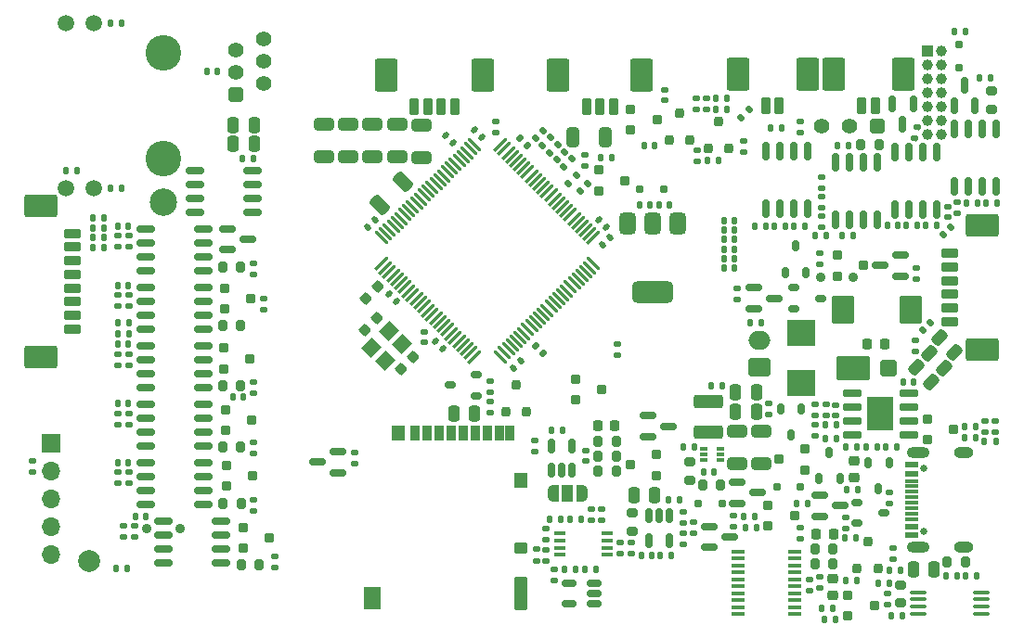
<source format=gbr>
%TF.GenerationSoftware,KiCad,Pcbnew,7.0.11*%
%TF.CreationDate,2025-07-19T14:24:56+09:00*%
%TF.ProjectId,RasPi,52617350-692e-46b6-9963-61645f706362,rev?*%
%TF.SameCoordinates,Original*%
%TF.FileFunction,Soldermask,Bot*%
%TF.FilePolarity,Negative*%
%FSLAX46Y46*%
G04 Gerber Fmt 4.6, Leading zero omitted, Abs format (unit mm)*
G04 Created by KiCad (PCBNEW 7.0.11) date 2025-07-19 14:24:56*
%MOMM*%
%LPD*%
G01*
G04 APERTURE LIST*
G04 Aperture macros list*
%AMRoundRect*
0 Rectangle with rounded corners*
0 $1 Rounding radius*
0 $2 $3 $4 $5 $6 $7 $8 $9 X,Y pos of 4 corners*
0 Add a 4 corners polygon primitive as box body*
4,1,4,$2,$3,$4,$5,$6,$7,$8,$9,$2,$3,0*
0 Add four circle primitives for the rounded corners*
1,1,$1+$1,$2,$3*
1,1,$1+$1,$4,$5*
1,1,$1+$1,$6,$7*
1,1,$1+$1,$8,$9*
0 Add four rect primitives between the rounded corners*
20,1,$1+$1,$2,$3,$4,$5,0*
20,1,$1+$1,$4,$5,$6,$7,0*
20,1,$1+$1,$6,$7,$8,$9,0*
20,1,$1+$1,$8,$9,$2,$3,0*%
%AMRotRect*
0 Rectangle, with rotation*
0 The origin of the aperture is its center*
0 $1 length*
0 $2 width*
0 $3 Rotation angle, in degrees counterclockwise*
0 Add horizontal line*
21,1,$1,$2,0,0,$3*%
%AMFreePoly0*
4,1,33,0.000000,0.749013,0.031395,0.749013,0.093691,0.741144,0.154508,0.725528,0.212890,0.702414,0.267913,0.672164,0.318712,0.635257,0.364484,0.592274,0.404508,0.543893,0.438153,0.490877,0.464888,0.434062,0.484292,0.374345,0.496057,0.312667,0.500000,0.250000,0.500000,-0.250000,0.496057,-0.312667,0.484292,-0.374345,0.464888,-0.434062,0.438153,-0.490877,0.404508,-0.543893,
0.364484,-0.592274,0.318712,-0.635257,0.267913,-0.672164,0.212890,-0.702414,0.154508,-0.725528,0.093691,-0.741144,0.031395,-0.749013,0.000000,-0.749013,0.000000,-0.750000,-0.550000,-0.750000,-0.550000,0.750000,0.000000,0.750000,0.000000,0.749013,0.000000,0.749013,$1*%
%AMFreePoly1*
4,1,33,0.550000,-0.750000,0.000000,-0.750000,0.000000,-0.749013,-0.031395,-0.749013,-0.093691,-0.741144,-0.154508,-0.725528,-0.212890,-0.702414,-0.267913,-0.672164,-0.318712,-0.635257,-0.364484,-0.592274,-0.404508,-0.543893,-0.438153,-0.490877,-0.464888,-0.434062,-0.484292,-0.374345,-0.496057,-0.312667,-0.500000,-0.250000,-0.500000,0.250000,-0.496057,0.312667,-0.484292,0.374345,-0.464888,0.434062,
-0.438153,0.490877,-0.404508,0.543893,-0.364484,0.592274,-0.318712,0.635257,-0.267913,0.672164,-0.212890,0.702414,-0.154508,0.725528,-0.093691,0.741144,-0.031395,0.749013,0.000000,0.749013,0.000000,0.750000,0.550000,0.750000,0.550000,-0.750000,0.550000,-0.750000,$1*%
G04 Aperture macros list end*
%ADD10RoundRect,0.250000X-0.650000X0.325000X-0.650000X-0.325000X0.650000X-0.325000X0.650000X0.325000X0*%
%ADD11RoundRect,0.250000X0.229810X-0.689429X0.689429X-0.229810X-0.229810X0.689429X-0.689429X0.229810X0*%
%ADD12RoundRect,0.250000X0.325000X0.650000X-0.325000X0.650000X-0.325000X-0.650000X0.325000X-0.650000X0*%
%ADD13R,2.400000X3.100000*%
%ADD14RoundRect,0.150000X0.737500X0.150000X-0.737500X0.150000X-0.737500X-0.150000X0.737500X-0.150000X0*%
%ADD15RoundRect,0.200000X-0.250000X-0.200000X0.250000X-0.200000X0.250000X0.200000X-0.250000X0.200000X0*%
%ADD16RoundRect,0.250000X0.750000X-0.600000X0.750000X0.600000X-0.750000X0.600000X-0.750000X-0.600000X0*%
%ADD17O,2.000000X1.700000*%
%ADD18C,1.000000*%
%ADD19R,1.000000X1.000000*%
%ADD20C,3.250000*%
%ADD21RoundRect,0.350000X-0.350000X0.350000X-0.350000X-0.350000X0.350000X-0.350000X0.350000X0.350000X0*%
%ADD22C,1.400000*%
%ADD23C,1.500000*%
%ADD24C,2.500000*%
%ADD25C,2.000000*%
%ADD26C,0.900000*%
%ADD27R,1.700000X1.700000*%
%ADD28O,1.700000X1.700000*%
%ADD29RoundRect,0.135000X-0.135000X-0.185000X0.135000X-0.185000X0.135000X0.185000X-0.135000X0.185000X0*%
%ADD30RoundRect,0.250000X-0.250000X-0.475000X0.250000X-0.475000X0.250000X0.475000X-0.250000X0.475000X0*%
%ADD31RoundRect,0.140000X-0.170000X0.140000X-0.170000X-0.140000X0.170000X-0.140000X0.170000X0.140000X0*%
%ADD32RoundRect,0.150000X-0.150000X0.675000X-0.150000X-0.675000X0.150000X-0.675000X0.150000X0.675000X0*%
%ADD33RoundRect,0.150000X-0.587500X-0.150000X0.587500X-0.150000X0.587500X0.150000X-0.587500X0.150000X0*%
%ADD34RoundRect,0.140000X-0.021213X0.219203X-0.219203X0.021213X0.021213X-0.219203X0.219203X-0.021213X0*%
%ADD35RoundRect,0.135000X0.185000X-0.135000X0.185000X0.135000X-0.185000X0.135000X-0.185000X-0.135000X0*%
%ADD36RoundRect,0.250000X0.250000X0.475000X-0.250000X0.475000X-0.250000X-0.475000X0.250000X-0.475000X0*%
%ADD37RoundRect,0.135000X0.143756X-0.178282X0.213637X0.082518X-0.143756X0.178282X-0.213637X-0.082518X0*%
%ADD38RoundRect,0.140000X0.140000X0.170000X-0.140000X0.170000X-0.140000X-0.170000X0.140000X-0.170000X0*%
%ADD39RoundRect,0.200000X-0.275000X0.200000X-0.275000X-0.200000X0.275000X-0.200000X0.275000X0.200000X0*%
%ADD40RoundRect,0.140000X0.170000X-0.140000X0.170000X0.140000X-0.170000X0.140000X-0.170000X-0.140000X0*%
%ADD41RoundRect,0.150000X-0.150000X0.512500X-0.150000X-0.512500X0.150000X-0.512500X0.150000X0.512500X0*%
%ADD42RoundRect,0.175000X0.325000X0.175000X-0.325000X0.175000X-0.325000X-0.175000X0.325000X-0.175000X0*%
%ADD43RoundRect,0.135000X0.135000X0.185000X-0.135000X0.185000X-0.135000X-0.185000X0.135000X-0.185000X0*%
%ADD44RoundRect,0.250000X-0.500000X-0.510000X0.500000X-0.510000X0.500000X0.510000X-0.500000X0.510000X0*%
%ADD45RoundRect,0.250000X-1.300000X-0.850000X1.300000X-0.850000X1.300000X0.850000X-1.300000X0.850000X0*%
%ADD46RoundRect,0.250001X1.249999X-0.799999X1.249999X0.799999X-1.249999X0.799999X-1.249999X-0.799999X0*%
%ADD47RoundRect,0.200000X0.600000X-0.200000X0.600000X0.200000X-0.600000X0.200000X-0.600000X-0.200000X0*%
%ADD48RoundRect,0.135000X-0.185000X0.135000X-0.185000X-0.135000X0.185000X-0.135000X0.185000X0.135000X0*%
%ADD49RoundRect,0.200000X0.200000X0.275000X-0.200000X0.275000X-0.200000X-0.275000X0.200000X-0.275000X0*%
%ADD50RoundRect,0.140000X-0.140000X-0.170000X0.140000X-0.170000X0.140000X0.170000X-0.140000X0.170000X0*%
%ADD51RoundRect,0.175000X-0.175000X0.325000X-0.175000X-0.325000X0.175000X-0.325000X0.175000X0.325000X0*%
%ADD52RoundRect,0.175000X0.175000X0.175000X-0.175000X0.175000X-0.175000X-0.175000X0.175000X-0.175000X0*%
%ADD53R,1.200000X0.400000*%
%ADD54RoundRect,0.200000X0.200000X-0.250000X0.200000X0.250000X-0.200000X0.250000X-0.200000X-0.250000X0*%
%ADD55RoundRect,0.175000X0.175000X-0.325000X0.175000X0.325000X-0.175000X0.325000X-0.175000X-0.325000X0*%
%ADD56RoundRect,0.150000X0.675000X0.150000X-0.675000X0.150000X-0.675000X-0.150000X0.675000X-0.150000X0*%
%ADD57RoundRect,0.225000X0.225000X0.250000X-0.225000X0.250000X-0.225000X-0.250000X0.225000X-0.250000X0*%
%ADD58RoundRect,0.140000X0.219203X0.021213X0.021213X0.219203X-0.219203X-0.021213X-0.021213X-0.219203X0*%
%ADD59RoundRect,0.135000X-0.035355X0.226274X-0.226274X0.035355X0.035355X-0.226274X0.226274X-0.035355X0*%
%ADD60RoundRect,0.100000X0.637500X0.100000X-0.637500X0.100000X-0.637500X-0.100000X0.637500X-0.100000X0*%
%ADD61RoundRect,0.075000X0.459619X-0.565685X0.565685X-0.459619X-0.459619X0.565685X-0.565685X0.459619X0*%
%ADD62RoundRect,0.075000X-0.459619X-0.565685X0.565685X0.459619X0.459619X0.565685X-0.565685X-0.459619X0*%
%ADD63C,0.650000*%
%ADD64R,1.240000X0.600000*%
%ADD65R,1.240000X0.300000*%
%ADD66O,1.800000X1.000000*%
%ADD67O,2.100000X1.000000*%
%ADD68RoundRect,0.225000X-0.225000X-0.250000X0.225000X-0.250000X0.225000X0.250000X-0.225000X0.250000X0*%
%ADD69RoundRect,0.200000X0.250000X0.200000X-0.250000X0.200000X-0.250000X-0.200000X0.250000X-0.200000X0*%
%ADD70RoundRect,0.175000X-0.325000X-0.175000X0.325000X-0.175000X0.325000X0.175000X-0.325000X0.175000X0*%
%ADD71RoundRect,0.250001X-0.799999X-1.249999X0.799999X-1.249999X0.799999X1.249999X-0.799999X1.249999X0*%
%ADD72RoundRect,0.200000X-0.200000X-0.600000X0.200000X-0.600000X0.200000X0.600000X-0.200000X0.600000X0*%
%ADD73R,2.500000X2.450000*%
%ADD74RoundRect,0.140000X-0.219203X-0.021213X-0.021213X-0.219203X0.219203X0.021213X0.021213X0.219203X0*%
%ADD75RoundRect,0.150000X0.150000X-0.512500X0.150000X0.512500X-0.150000X0.512500X-0.150000X-0.512500X0*%
%ADD76RoundRect,0.150000X0.587500X0.150000X-0.587500X0.150000X-0.587500X-0.150000X0.587500X-0.150000X0*%
%ADD77RoundRect,0.225000X-0.017678X0.335876X-0.335876X0.017678X0.017678X-0.335876X0.335876X-0.017678X0*%
%ADD78R,0.670001X0.299999*%
%ADD79RoundRect,0.140000X0.021213X-0.219203X0.219203X-0.021213X-0.021213X0.219203X-0.219203X0.021213X0*%
%ADD80RoundRect,0.225000X0.017678X-0.335876X0.335876X-0.017678X-0.017678X0.335876X-0.335876X0.017678X0*%
%ADD81RoundRect,0.150000X-0.150000X0.587500X-0.150000X-0.587500X0.150000X-0.587500X0.150000X0.587500X0*%
%ADD82RoundRect,0.250000X1.075000X-0.375000X1.075000X0.375000X-1.075000X0.375000X-1.075000X-0.375000X0*%
%ADD83RoundRect,0.250000X0.650000X-0.325000X0.650000X0.325000X-0.650000X0.325000X-0.650000X-0.325000X0*%
%ADD84RoundRect,0.250001X-1.249999X0.799999X-1.249999X-0.799999X1.249999X-0.799999X1.249999X0.799999X0*%
%ADD85RoundRect,0.200000X-0.600000X0.200000X-0.600000X-0.200000X0.600000X-0.200000X0.600000X0.200000X0*%
%ADD86RoundRect,0.200000X-0.200000X-0.275000X0.200000X-0.275000X0.200000X0.275000X-0.200000X0.275000X0*%
%ADD87RoundRect,0.150000X-0.675000X-0.150000X0.675000X-0.150000X0.675000X0.150000X-0.675000X0.150000X0*%
%ADD88FreePoly0,0.000000*%
%ADD89R,1.000000X1.500000*%
%ADD90FreePoly1,0.000000*%
%ADD91RotRect,1.400000X1.200000X225.000000*%
%ADD92RoundRect,0.375000X-0.375000X0.625000X-0.375000X-0.625000X0.375000X-0.625000X0.375000X0.625000X0*%
%ADD93RoundRect,0.500000X-1.400000X0.500000X-1.400000X-0.500000X1.400000X-0.500000X1.400000X0.500000X0*%
%ADD94RoundRect,0.135000X-0.226274X-0.035355X-0.035355X-0.226274X0.226274X0.035355X0.035355X0.226274X0*%
%ADD95RoundRect,0.175000X-0.175000X-0.175000X0.175000X-0.175000X0.175000X0.175000X-0.175000X0.175000X0*%
%ADD96RoundRect,0.150000X0.150000X-0.587500X0.150000X0.587500X-0.150000X0.587500X-0.150000X-0.587500X0*%
%ADD97RoundRect,0.250000X0.512652X0.159099X0.159099X0.512652X-0.512652X-0.159099X-0.159099X-0.512652X0*%
%ADD98RoundRect,0.225000X-0.250000X0.225000X-0.250000X-0.225000X0.250000X-0.225000X0.250000X0.225000X0*%
%ADD99RoundRect,0.135000X0.035355X-0.226274X0.226274X-0.035355X-0.035355X0.226274X-0.226274X0.035355X0*%
%ADD100RoundRect,0.102000X0.650000X0.950000X-0.650000X0.950000X-0.650000X-0.950000X0.650000X-0.950000X0*%
%ADD101RoundRect,0.102000X0.500000X0.600000X-0.500000X0.600000X-0.500000X-0.600000X0.500000X-0.600000X0*%
%ADD102RoundRect,0.102000X0.500000X1.400000X-0.500000X1.400000X-0.500000X-1.400000X0.500000X-1.400000X0*%
%ADD103RoundRect,0.102000X0.350000X0.600000X-0.350000X0.600000X-0.350000X-0.600000X0.350000X-0.600000X0*%
%ADD104RoundRect,0.102000X0.500000X0.400000X-0.500000X0.400000X-0.500000X-0.400000X0.500000X-0.400000X0*%
%ADD105RoundRect,0.135000X0.226274X0.035355X0.035355X0.226274X-0.226274X-0.035355X-0.035355X-0.226274X0*%
%ADD106RoundRect,0.175000X-0.175000X0.175000X-0.175000X-0.175000X0.175000X-0.175000X0.175000X0.175000X0*%
%ADD107R,1.100000X0.400000*%
%ADD108RoundRect,0.200000X0.275000X-0.200000X0.275000X0.200000X-0.275000X0.200000X-0.275000X-0.200000X0*%
%ADD109RoundRect,0.150000X0.512500X0.150000X-0.512500X0.150000X-0.512500X-0.150000X0.512500X-0.150000X0*%
%ADD110RoundRect,0.250000X-0.787500X-1.025000X0.787500X-1.025000X0.787500X1.025000X-0.787500X1.025000X0*%
G04 APERTURE END LIST*
D10*
%TO.C,C75*%
X141469000Y-84859000D03*
X141469000Y-81909000D03*
%TD*%
%TO.C,C74*%
X139249000Y-84859000D03*
X139249000Y-81909000D03*
%TD*%
%TO.C,C73*%
X143689000Y-81909000D03*
X143689000Y-84859000D03*
%TD*%
%TO.C,C70*%
X145909000Y-81919000D03*
X145909000Y-84869000D03*
%TD*%
%TO.C,C56*%
X148119000Y-82029000D03*
X148119000Y-84979000D03*
%TD*%
D11*
%TO.C,C34*%
X146421983Y-87181017D03*
X144336017Y-89266983D03*
%TD*%
D12*
%TO.C,C32*%
X161954000Y-83084000D03*
X164904000Y-83084000D03*
%TD*%
D13*
%TO.C,U13*%
X190009000Y-108374000D03*
D14*
X192571500Y-106469000D03*
X192571500Y-107739000D03*
X192571500Y-109009000D03*
X192571500Y-110279000D03*
X187446500Y-110279000D03*
X187446500Y-109009000D03*
X187446500Y-107739000D03*
X187446500Y-106469000D03*
%TD*%
D15*
%TO.C,Q5*%
X132466000Y-103311000D03*
X130066000Y-102361000D03*
X130066000Y-104261000D03*
%TD*%
%TO.C,Q20*%
X164600000Y-106151000D03*
X162200000Y-105201000D03*
X162200000Y-107101000D03*
%TD*%
D16*
%TO.C,J5*%
X178998999Y-104134000D03*
D17*
X178998999Y-101634000D03*
%TD*%
D15*
%TO.C,Q18*%
X132605000Y-97829000D03*
X130205000Y-96879000D03*
X130205000Y-98779000D03*
%TD*%
%TO.C,Q4*%
X132659000Y-108924000D03*
X130259000Y-107974000D03*
X130259000Y-109874000D03*
%TD*%
%TO.C,Q3*%
X130321000Y-114966000D03*
X130321000Y-113066000D03*
X132721000Y-114016000D03*
%TD*%
%TO.C,Q2*%
X134247000Y-119693000D03*
X131847000Y-118743000D03*
X131847000Y-120643000D03*
%TD*%
D18*
%TO.C,J1*%
X195519000Y-82844000D03*
X194249000Y-82844000D03*
X195519000Y-81574000D03*
X194249000Y-81574000D03*
X195519000Y-80304000D03*
X194249000Y-80304000D03*
X195519000Y-79034000D03*
X194249000Y-79034000D03*
X195519000Y-77764000D03*
X194249000Y-77764000D03*
X195519000Y-76494000D03*
X194249000Y-76494000D03*
X195519000Y-75224000D03*
D19*
X194249000Y-75224000D03*
%TD*%
D20*
%TO.C,J13*%
X124599000Y-75409000D03*
X124599000Y-85059000D03*
D21*
X131199000Y-79214000D03*
D22*
X131199000Y-77184000D03*
X131199000Y-75154000D03*
X133739000Y-78194000D03*
X133739000Y-76164000D03*
X133739000Y-74134000D03*
D23*
X118249000Y-87754000D03*
X115709000Y-87754000D03*
X118249000Y-72714000D03*
X115709000Y-72714000D03*
D24*
X124599000Y-89024000D03*
%TD*%
D25*
%TO.C,TP1*%
X117811000Y-121769000D03*
%TD*%
D26*
%TO.C,SW7*%
X126104000Y-118833000D03*
X123104000Y-118833000D03*
%TD*%
D22*
%TO.C,SW2*%
X184597000Y-82101000D03*
X187137000Y-82101000D03*
D21*
X189677000Y-82101000D03*
%TD*%
D27*
%TO.C,J6*%
X114349000Y-111084000D03*
D28*
X114349000Y-113624000D03*
X114349000Y-116164000D03*
X114349000Y-118704000D03*
X114349000Y-121244000D03*
%TD*%
D26*
%TO.C,SW4*%
X187519000Y-95884000D03*
X184519000Y-95884000D03*
%TD*%
D29*
%TO.C,R60*%
X187869000Y-111394000D03*
X186849000Y-111394000D03*
%TD*%
D30*
%TO.C,C52*%
X169409000Y-115794000D03*
X167509000Y-115794000D03*
%TD*%
D29*
%TO.C,R66*%
X200509000Y-110914000D03*
X199489000Y-110914000D03*
%TD*%
D31*
%TO.C,C7*%
X148429000Y-101864000D03*
X148429000Y-100904000D03*
%TD*%
D15*
%TO.C,Q11*%
X196649000Y-109784000D03*
X194249000Y-108834000D03*
X194249000Y-110734000D03*
%TD*%
D32*
%TO.C,U4*%
X191284000Y-89719000D03*
X192554000Y-89719000D03*
X193824000Y-89719000D03*
X195094000Y-89719000D03*
X195094000Y-84469000D03*
X193824000Y-84469000D03*
X192554000Y-84469000D03*
X191284000Y-84469000D03*
%TD*%
D33*
%TO.C,Q25*%
X180356500Y-97804000D03*
X178481500Y-96854000D03*
X178481500Y-98754000D03*
%TD*%
D34*
%TO.C,C3*%
X143249589Y-91303411D03*
X143928411Y-90624589D03*
%TD*%
D35*
%TO.C,R136*%
X164599000Y-117024000D03*
X164599000Y-118044000D03*
%TD*%
D36*
%TO.C,C45*%
X151099000Y-108364000D03*
X152999000Y-108364000D03*
%TD*%
D37*
%TO.C,R20*%
X193360998Y-82221378D03*
X193097002Y-83206622D03*
%TD*%
D38*
%TO.C,C2*%
X168429000Y-83834000D03*
X169389000Y-83834000D03*
%TD*%
D31*
%TO.C,C38*%
X196129000Y-90414000D03*
X196129000Y-89454000D03*
%TD*%
D39*
%TO.C,R151*%
X167379000Y-119091000D03*
X167379000Y-117441000D03*
%TD*%
D40*
%TO.C,C65*%
X185029000Y-107534000D03*
X185029000Y-108494000D03*
%TD*%
D41*
%TO.C,U17*%
X168849000Y-119901500D03*
X170749000Y-119901500D03*
X170749000Y-117626500D03*
X169799000Y-117626500D03*
X168849000Y-117626500D03*
%TD*%
D42*
%TO.C,Q28*%
X150729000Y-105744000D03*
X153129000Y-106694000D03*
X153129000Y-104794000D03*
%TD*%
D43*
%TO.C,R94*%
X120759000Y-87734000D03*
X119739000Y-87734000D03*
%TD*%
D35*
%TO.C,R123*%
X160269000Y-122524000D03*
X160269000Y-123544000D03*
%TD*%
D44*
%TO.C,D17*%
X190729000Y-104194000D03*
D45*
X187509000Y-104194000D03*
%TD*%
D31*
%TO.C,C61*%
X183559000Y-124474000D03*
X183559000Y-123514000D03*
%TD*%
D33*
%TO.C,Q19*%
X132286500Y-92434000D03*
X130411500Y-91484000D03*
X130411500Y-93384000D03*
%TD*%
D46*
%TO.C,J14*%
X113429000Y-89339000D03*
X113429000Y-103189000D03*
D47*
X116329000Y-91889000D03*
X116329000Y-93139000D03*
X116329000Y-94389000D03*
X116329000Y-95639000D03*
X116329000Y-96889000D03*
X116329000Y-98139000D03*
X116329000Y-99389000D03*
X116329000Y-100639000D03*
%TD*%
D35*
%TO.C,R138*%
X154940000Y-81663000D03*
X154940000Y-82683000D03*
%TD*%
D40*
%TO.C,C50*%
X185899000Y-107574000D03*
X185899000Y-108534000D03*
%TD*%
D36*
%TO.C,C71*%
X192989000Y-122544000D03*
X194889000Y-122544000D03*
%TD*%
D48*
%TO.C,R92*%
X165977000Y-102970000D03*
X165977000Y-101950000D03*
%TD*%
D49*
%TO.C,R128*%
X196074000Y-121874000D03*
X197724000Y-121874000D03*
%TD*%
D43*
%TO.C,R91*%
X177699000Y-118754000D03*
X178719000Y-118754000D03*
%TD*%
D48*
%TO.C,R25*%
X134763000Y-122379000D03*
X134763000Y-121359000D03*
%TD*%
D32*
%TO.C,U3*%
X179554000Y-89659000D03*
X180824000Y-89659000D03*
X182094000Y-89659000D03*
X183364000Y-89659000D03*
X183364000Y-84409000D03*
X182094000Y-84409000D03*
X180824000Y-84409000D03*
X179554000Y-84409000D03*
%TD*%
D50*
%TO.C,C37*%
X176709000Y-95044000D03*
X175749000Y-95044000D03*
%TD*%
D51*
%TO.C,Q35*%
X181849000Y-110314000D03*
X182799000Y-107914000D03*
X180899000Y-107914000D03*
%TD*%
D48*
%TO.C,R74*%
X133789000Y-98884000D03*
X133789000Y-97864000D03*
%TD*%
%TO.C,R31*%
X132849000Y-117234000D03*
X132849000Y-116214000D03*
%TD*%
D52*
%TO.C,D18*%
X180544000Y-115044000D03*
X182694000Y-115044000D03*
%TD*%
D38*
%TO.C,C25*%
X168025000Y-89273000D03*
X168985000Y-89273000D03*
%TD*%
D29*
%TO.C,R133*%
X178528000Y-117700000D03*
X177508000Y-117700000D03*
%TD*%
%TO.C,R48*%
X185669000Y-126154000D03*
X184649000Y-126154000D03*
%TD*%
%TO.C,R116*%
X185989000Y-109394000D03*
X184969000Y-109394000D03*
%TD*%
D53*
%TO.C,U6*%
X182219000Y-126661500D03*
X182219000Y-126026500D03*
X182219000Y-125391500D03*
X182219000Y-124756500D03*
X182219000Y-124121500D03*
X182219000Y-123486500D03*
X182219000Y-122851500D03*
X182219000Y-122216500D03*
X182219000Y-121581500D03*
X182219000Y-120946500D03*
X177019000Y-120946500D03*
X177019000Y-121581500D03*
X177019000Y-122216500D03*
X177019000Y-122851500D03*
X177019000Y-123486500D03*
X177019000Y-124121500D03*
X177019000Y-124756500D03*
X177019000Y-125391500D03*
X177019000Y-126026500D03*
X177019000Y-126661500D03*
%TD*%
D54*
%TO.C,Q27*%
X156786000Y-105740000D03*
X155836000Y-108140000D03*
X157736000Y-108140000D03*
%TD*%
D29*
%TO.C,R119*%
X191499000Y-111394000D03*
X190479000Y-111394000D03*
%TD*%
D55*
%TO.C,Q26*%
X182259000Y-93044000D03*
X181309000Y-95444000D03*
X183209000Y-95444000D03*
%TD*%
D43*
%TO.C,R114*%
X174999000Y-79594000D03*
X176019000Y-79594000D03*
%TD*%
D29*
%TO.C,R144*%
X191969000Y-126824000D03*
X190949000Y-126824000D03*
%TD*%
D43*
%TO.C,R85*%
X120439000Y-100034000D03*
X121459000Y-100034000D03*
%TD*%
%TO.C,R19*%
X182109000Y-91204000D03*
X183129000Y-91204000D03*
%TD*%
D56*
%TO.C,U8*%
X123004000Y-112869000D03*
X123004000Y-114139000D03*
X123004000Y-115409000D03*
X123004000Y-116679000D03*
X128254000Y-116679000D03*
X128254000Y-115409000D03*
X128254000Y-114139000D03*
X128254000Y-112869000D03*
%TD*%
D29*
%TO.C,R44*%
X191869000Y-122614000D03*
X190849000Y-122614000D03*
%TD*%
%TO.C,R120*%
X176019000Y-80544000D03*
X174999000Y-80544000D03*
%TD*%
%TO.C,R62*%
X189689000Y-111395000D03*
X188669000Y-111395000D03*
%TD*%
D43*
%TO.C,R93*%
X119739000Y-72734000D03*
X120759000Y-72734000D03*
%TD*%
D31*
%TO.C,C23*%
X200439000Y-110014000D03*
X200439000Y-109054000D03*
%TD*%
D57*
%TO.C,C58*%
X184144000Y-119314000D03*
X185694000Y-119314000D03*
%TD*%
D48*
%TO.C,R153*%
X172959000Y-119294000D03*
X172959000Y-118274000D03*
%TD*%
D15*
%TO.C,Q10*%
X166709000Y-87064000D03*
X164309000Y-86114000D03*
X164309000Y-88014000D03*
%TD*%
D36*
%TO.C,C55*%
X176769000Y-106434000D03*
X178669000Y-106434000D03*
%TD*%
D58*
%TO.C,C1*%
X152979589Y-82414589D03*
X153658411Y-83093411D03*
%TD*%
D43*
%TO.C,R86*%
X120439000Y-101034000D03*
X121459000Y-101034000D03*
%TD*%
D59*
%TO.C,R21*%
X195708376Y-92034624D03*
X196429624Y-91313376D03*
%TD*%
D60*
%TO.C,U22*%
X193446500Y-124659000D03*
X193446500Y-125309000D03*
X193446500Y-125959000D03*
X193446500Y-126609000D03*
X199171500Y-126609000D03*
X199171500Y-125959000D03*
X199171500Y-125309000D03*
X199171500Y-124659000D03*
%TD*%
D48*
%TO.C,R103*%
X176919000Y-97914000D03*
X176919000Y-96894000D03*
%TD*%
D35*
%TO.C,R150*%
X171989000Y-119254000D03*
X171989000Y-120274000D03*
%TD*%
%TO.C,R16*%
X182649000Y-81644000D03*
X182649000Y-82664000D03*
%TD*%
%TO.C,R51*%
X191169000Y-120584000D03*
X191169000Y-121604000D03*
%TD*%
%TO.C,R102*%
X184479000Y-93724000D03*
X184479000Y-94744000D03*
%TD*%
D61*
%TO.C,U15*%
X155359788Y-103145980D03*
X155713341Y-102792427D03*
X156066895Y-102438873D03*
X156420448Y-102085320D03*
X156774001Y-101731767D03*
X157127555Y-101378213D03*
X157481108Y-101024660D03*
X157834662Y-100671106D03*
X158188215Y-100317553D03*
X158541768Y-99964000D03*
X158895322Y-99610446D03*
X159248875Y-99256893D03*
X159602429Y-98903340D03*
X159955982Y-98549786D03*
X160309535Y-98196233D03*
X160663089Y-97842679D03*
X161016642Y-97489126D03*
X161370195Y-97135573D03*
X161723749Y-96782019D03*
X162077302Y-96428466D03*
X162430856Y-96074912D03*
X162784409Y-95721359D03*
X163137962Y-95367806D03*
X163491516Y-95014252D03*
X163845069Y-94660699D03*
D62*
X163845069Y-92291891D03*
X163491516Y-91938338D03*
X163137962Y-91584784D03*
X162784409Y-91231231D03*
X162430856Y-90877678D03*
X162077302Y-90524124D03*
X161723749Y-90170571D03*
X161370195Y-89817017D03*
X161016642Y-89463464D03*
X160663089Y-89109911D03*
X160309535Y-88756357D03*
X159955982Y-88402804D03*
X159602429Y-88049250D03*
X159248875Y-87695697D03*
X158895322Y-87342144D03*
X158541768Y-86988590D03*
X158188215Y-86635037D03*
X157834662Y-86281484D03*
X157481108Y-85927930D03*
X157127555Y-85574377D03*
X156774001Y-85220823D03*
X156420448Y-84867270D03*
X156066895Y-84513717D03*
X155713341Y-84160163D03*
X155359788Y-83806610D03*
D61*
X152990980Y-83806610D03*
X152637427Y-84160163D03*
X152283873Y-84513717D03*
X151930320Y-84867270D03*
X151576767Y-85220823D03*
X151223213Y-85574377D03*
X150869660Y-85927930D03*
X150516106Y-86281484D03*
X150162553Y-86635037D03*
X149809000Y-86988590D03*
X149455446Y-87342144D03*
X149101893Y-87695697D03*
X148748339Y-88049250D03*
X148394786Y-88402804D03*
X148041233Y-88756357D03*
X147687679Y-89109911D03*
X147334126Y-89463464D03*
X146980573Y-89817017D03*
X146627019Y-90170571D03*
X146273466Y-90524124D03*
X145919912Y-90877678D03*
X145566359Y-91231231D03*
X145212806Y-91584784D03*
X144859252Y-91938338D03*
X144505699Y-92291891D03*
D62*
X144505699Y-94660699D03*
X144859252Y-95014252D03*
X145212806Y-95367806D03*
X145566359Y-95721359D03*
X145919912Y-96074912D03*
X146273466Y-96428466D03*
X146627019Y-96782019D03*
X146980573Y-97135573D03*
X147334126Y-97489126D03*
X147687679Y-97842679D03*
X148041233Y-98196233D03*
X148394786Y-98549786D03*
X148748339Y-98903340D03*
X149101893Y-99256893D03*
X149455446Y-99610446D03*
X149809000Y-99964000D03*
X150162553Y-100317553D03*
X150516106Y-100671106D03*
X150869660Y-101024660D03*
X151223213Y-101378213D03*
X151576767Y-101731767D03*
X151930320Y-102085320D03*
X152283873Y-102438873D03*
X152637427Y-102792427D03*
X152990980Y-103145980D03*
%TD*%
D56*
%TO.C,U11*%
X123024000Y-96859000D03*
X123024000Y-98129000D03*
X123024000Y-99399000D03*
X123024000Y-100669000D03*
X128274000Y-100669000D03*
X128274000Y-99399000D03*
X128274000Y-98129000D03*
X128274000Y-96859000D03*
%TD*%
D63*
%TO.C,J11*%
X193944000Y-113344000D03*
X193944000Y-119124000D03*
D64*
X192824000Y-113034000D03*
X192824000Y-113834000D03*
D65*
X192824000Y-114984000D03*
X192824000Y-115984000D03*
X192824000Y-116484000D03*
X192824000Y-117484000D03*
D64*
X192824000Y-118634000D03*
X192824000Y-119434000D03*
X192824000Y-119434000D03*
X192824000Y-118634000D03*
D65*
X192824000Y-117984000D03*
X192824000Y-116984000D03*
X192824000Y-115484000D03*
X192824000Y-114484000D03*
D64*
X192824000Y-113834000D03*
X192824000Y-113034000D03*
D66*
X197624000Y-111914000D03*
D67*
X193424000Y-111914000D03*
D66*
X197624000Y-120554000D03*
D67*
X193424000Y-120554000D03*
%TD*%
D43*
%TO.C,R141*%
X189779000Y-123854000D03*
X190799000Y-123854000D03*
%TD*%
D68*
%TO.C,C30*%
X165783000Y-109459000D03*
X164233000Y-109459000D03*
%TD*%
D43*
%TO.C,R154*%
X170639000Y-116214000D03*
X171659000Y-116214000D03*
%TD*%
D38*
%TO.C,C35*%
X120469000Y-96634000D03*
X121429000Y-96634000D03*
%TD*%
D69*
%TO.C,Q37*%
X180739000Y-112524000D03*
X183139000Y-113474000D03*
X183139000Y-111574000D03*
%TD*%
D29*
%TO.C,R80*%
X119209000Y-91384000D03*
X118189000Y-91384000D03*
%TD*%
D70*
%TO.C,Q16*%
X184529000Y-97814000D03*
X182129000Y-96864000D03*
X182129000Y-98764000D03*
%TD*%
D48*
%TO.C,R113*%
X173209000Y-80594000D03*
X173209000Y-79574000D03*
%TD*%
%TO.C,R104*%
X154409000Y-106404000D03*
X154409000Y-105384000D03*
%TD*%
D71*
%TO.C,J10*%
X153759000Y-77424000D03*
X144909000Y-77424000D03*
D72*
X151209000Y-80324000D03*
X149959000Y-80324000D03*
X148709000Y-80324000D03*
X147459000Y-80324000D03*
%TD*%
D73*
%TO.C,L2*%
X182729000Y-100984000D03*
X182729000Y-105584000D03*
%TD*%
D29*
%TO.C,R95*%
X200039000Y-77684000D03*
X199019000Y-77684000D03*
%TD*%
D15*
%TO.C,Q7*%
X189419000Y-125884000D03*
X187019000Y-124934000D03*
X187019000Y-126834000D03*
%TD*%
D38*
%TO.C,C31*%
X120469000Y-107434000D03*
X121429000Y-107434000D03*
%TD*%
D35*
%TO.C,R29*%
X112629000Y-112644000D03*
X112629000Y-113664000D03*
%TD*%
D56*
%TO.C,U12*%
X123024000Y-91529000D03*
X123024000Y-92799000D03*
X123024000Y-94069000D03*
X123024000Y-95339000D03*
X128274000Y-95339000D03*
X128274000Y-94069000D03*
X128274000Y-92799000D03*
X128274000Y-91529000D03*
%TD*%
D39*
%TO.C,R90*%
X200109000Y-80559000D03*
X200109000Y-78909000D03*
%TD*%
D35*
%TO.C,R122*%
X184079000Y-107524000D03*
X184079000Y-108544000D03*
%TD*%
D38*
%TO.C,C36*%
X120469000Y-91234000D03*
X121429000Y-91234000D03*
%TD*%
D43*
%TO.C,R23*%
X194129000Y-91154000D03*
X195149000Y-91154000D03*
%TD*%
D50*
%TO.C,C12*%
X179539000Y-91224000D03*
X178579000Y-91224000D03*
%TD*%
%TO.C,C47*%
X169129000Y-121314000D03*
X168169000Y-121314000D03*
%TD*%
D38*
%TO.C,C33*%
X120469000Y-102034000D03*
X121429000Y-102034000D03*
%TD*%
%TO.C,C24*%
X169808000Y-89251000D03*
X170768000Y-89251000D03*
%TD*%
D74*
%TO.C,C63*%
X145838411Y-98133411D03*
X145159589Y-97454589D03*
%TD*%
D75*
%TO.C,U25*%
X161858000Y-113543500D03*
X160908000Y-113543500D03*
X159958000Y-113543500D03*
X159958000Y-111268500D03*
X161858000Y-111268500D03*
%TD*%
D32*
%TO.C,U2*%
X185894000Y-90659000D03*
X187164000Y-90659000D03*
X188434000Y-90659000D03*
X189704000Y-90659000D03*
X189704000Y-85409000D03*
X188434000Y-85409000D03*
X187164000Y-85409000D03*
X185894000Y-85409000D03*
%TD*%
D35*
%TO.C,R33*%
X120449000Y-113714000D03*
X120449000Y-114734000D03*
%TD*%
D29*
%TO.C,R1*%
X197729000Y-73464000D03*
X196709000Y-73464000D03*
%TD*%
D72*
%TO.C,J9*%
X163179000Y-80314000D03*
X164429000Y-80314000D03*
X165679000Y-80314000D03*
D71*
X160629000Y-77414000D03*
X168229000Y-77414000D03*
%TD*%
D38*
%TO.C,C14*%
X122059000Y-117704000D03*
X123019000Y-117704000D03*
%TD*%
D43*
%TO.C,R109*%
X164449000Y-84954000D03*
X165469000Y-84954000D03*
%TD*%
%TO.C,R117*%
X174199000Y-85234000D03*
X175219000Y-85234000D03*
%TD*%
D76*
%TO.C,Q15*%
X189991500Y-94834000D03*
X191866500Y-95784000D03*
X191866500Y-93884000D03*
%TD*%
D59*
%TO.C,R9*%
X161138376Y-85814624D03*
X161859624Y-85093376D03*
%TD*%
D57*
%TO.C,C9*%
X188816500Y-101984000D03*
X190366500Y-101984000D03*
%TD*%
D43*
%TO.C,R135*%
X163009000Y-122554000D03*
X164029000Y-122554000D03*
%TD*%
D29*
%TO.C,R146*%
X162689000Y-118004000D03*
X161669000Y-118004000D03*
%TD*%
D43*
%TO.C,R12*%
X186089000Y-83834000D03*
X187109000Y-83834000D03*
%TD*%
D48*
%TO.C,R35*%
X121449000Y-109344000D03*
X121449000Y-108324000D03*
%TD*%
D38*
%TO.C,C13*%
X190619000Y-91174000D03*
X191579000Y-91174000D03*
%TD*%
D77*
%TO.C,C20*%
X143100992Y-97852008D03*
X144197008Y-96755992D03*
%TD*%
D32*
%TO.C,U14*%
X196724000Y-87579000D03*
X197994000Y-87579000D03*
X199264000Y-87579000D03*
X200534000Y-87579000D03*
X200534000Y-82329000D03*
X199264000Y-82329000D03*
X197994000Y-82329000D03*
X196724000Y-82329000D03*
%TD*%
D48*
%TO.C,R26*%
X121975000Y-119624000D03*
X121975000Y-118604000D03*
%TD*%
%TO.C,R147*%
X163619000Y-118054000D03*
X163619000Y-117034000D03*
%TD*%
D49*
%TO.C,R37*%
X130024000Y-105804000D03*
X131674000Y-105804000D03*
%TD*%
D35*
%TO.C,R40*%
X120449000Y-102924000D03*
X120449000Y-103944000D03*
%TD*%
D43*
%TO.C,R84*%
X120309000Y-122514000D03*
X121329000Y-122514000D03*
%TD*%
D35*
%TO.C,R52*%
X190779000Y-115504000D03*
X190779000Y-116524000D03*
%TD*%
D78*
%TO.C,U19*%
X175398001Y-112561002D03*
X175398001Y-112061003D03*
X175398001Y-111561001D03*
X173917999Y-111561001D03*
X173917999Y-112061003D03*
X173917999Y-112561002D03*
%TD*%
D79*
%TO.C,C22*%
X165328411Y-92231035D03*
X164649589Y-92909857D03*
%TD*%
%TO.C,C6*%
X157178411Y-103504589D03*
X156499589Y-104183411D03*
%TD*%
D43*
%TO.C,R96*%
X199629000Y-89134000D03*
X200649000Y-89134000D03*
%TD*%
D15*
%TO.C,Q17*%
X188479000Y-94824000D03*
X186079000Y-93874000D03*
X186079000Y-95774000D03*
%TD*%
D55*
%TO.C,Q29*%
X185349000Y-111894000D03*
X184399000Y-114294000D03*
X186299000Y-114294000D03*
%TD*%
D80*
%TO.C,C5*%
X144107008Y-99605992D03*
X143010992Y-100702008D03*
%TD*%
D81*
%TO.C,Q1*%
X192030000Y-81957500D03*
X192980000Y-80082500D03*
X191080000Y-80082500D03*
%TD*%
D82*
%TO.C,L4*%
X174279000Y-107214000D03*
X174279000Y-110014000D03*
%TD*%
D50*
%TO.C,C49*%
X160819000Y-117984000D03*
X159859000Y-117984000D03*
%TD*%
D72*
%TO.C,J8*%
X179524000Y-80254000D03*
X180774000Y-80254000D03*
D71*
X176974000Y-77354000D03*
X183324000Y-77354000D03*
%TD*%
D43*
%TO.C,R72*%
X186829000Y-123624000D03*
X187849000Y-123624000D03*
%TD*%
D35*
%TO.C,R130*%
X176629000Y-117654000D03*
X176629000Y-118674000D03*
%TD*%
D76*
%TO.C,Q21*%
X138671500Y-112784000D03*
X140546500Y-113734000D03*
X140546500Y-111834000D03*
%TD*%
D59*
%TO.C,R7*%
X160488376Y-85164624D03*
X161209624Y-84443376D03*
%TD*%
%TO.C,R107*%
X161548376Y-87344624D03*
X162269624Y-86623376D03*
%TD*%
D35*
%TO.C,R63*%
X193229000Y-96054000D03*
X193229000Y-95034000D03*
%TD*%
D48*
%TO.C,R89*%
X142039000Y-112894000D03*
X142039000Y-111874000D03*
%TD*%
D33*
%TO.C,Q36*%
X178806500Y-115574000D03*
X176931500Y-114624000D03*
X176931500Y-116524000D03*
%TD*%
D48*
%TO.C,R75*%
X121449000Y-98544000D03*
X121449000Y-97524000D03*
%TD*%
D83*
%TO.C,C67*%
X179089003Y-109949000D03*
X179089003Y-112899000D03*
%TD*%
D48*
%TO.C,R15*%
X184629000Y-89534000D03*
X184629000Y-88514000D03*
%TD*%
D84*
%TO.C,J3*%
X199249000Y-102509000D03*
X199249000Y-91159000D03*
D85*
X196349000Y-99959000D03*
X196349000Y-98709000D03*
X196349000Y-97459000D03*
X196349000Y-96209000D03*
X196349000Y-94959000D03*
X196349000Y-93709000D03*
%TD*%
D70*
%TO.C,Q8*%
X190279000Y-117384000D03*
X187879000Y-116434000D03*
X187879000Y-118334000D03*
%TD*%
D51*
%TO.C,Q6*%
X189839000Y-115224000D03*
X190789000Y-112824000D03*
X188889000Y-112824000D03*
%TD*%
D29*
%TO.C,R155*%
X170939000Y-121324000D03*
X169919000Y-121324000D03*
%TD*%
D43*
%TO.C,R61*%
X197669000Y-110584000D03*
X198689000Y-110584000D03*
%TD*%
D59*
%TO.C,R112*%
X177308376Y-81334624D03*
X178029624Y-80613376D03*
%TD*%
D38*
%TO.C,C15*%
X130939000Y-106814000D03*
X131899000Y-106814000D03*
%TD*%
D35*
%TO.C,R76*%
X120449000Y-97524000D03*
X120449000Y-98544000D03*
%TD*%
D48*
%TO.C,R131*%
X179799000Y-108394000D03*
X179799000Y-107374000D03*
%TD*%
D33*
%TO.C,Q34*%
X176236500Y-119624000D03*
X174361500Y-118674000D03*
X174361500Y-120574000D03*
%TD*%
D86*
%TO.C,R101*%
X185654000Y-122074000D03*
X184004000Y-122074000D03*
%TD*%
D48*
%TO.C,R78*%
X132849000Y-95644000D03*
X132849000Y-94624000D03*
%TD*%
%TO.C,R39*%
X121449000Y-103944000D03*
X121449000Y-102924000D03*
%TD*%
D40*
%TO.C,C72*%
X163109000Y-111699000D03*
X163109000Y-112659000D03*
%TD*%
D54*
%TO.C,Q24*%
X171686000Y-80930000D03*
X170736000Y-83330000D03*
X172636000Y-83330000D03*
%TD*%
D43*
%TO.C,R14*%
X186529000Y-92094000D03*
X187549000Y-92094000D03*
%TD*%
D87*
%TO.C,U18*%
X132734000Y-90009000D03*
X132734000Y-88739000D03*
X132734000Y-87469000D03*
X132734000Y-86199000D03*
X127484000Y-86199000D03*
X127484000Y-87469000D03*
X127484000Y-88739000D03*
X127484000Y-90009000D03*
%TD*%
D48*
%TO.C,R34*%
X132849000Y-111974000D03*
X132849000Y-110954000D03*
%TD*%
D49*
%TO.C,R28*%
X130024000Y-111386000D03*
X131674000Y-111386000D03*
%TD*%
D48*
%TO.C,R111*%
X174129000Y-80594000D03*
X174129000Y-79574000D03*
%TD*%
%TO.C,R59*%
X199559000Y-110064000D03*
X199559000Y-109044000D03*
%TD*%
D59*
%TO.C,R108*%
X162597376Y-88058624D03*
X163318624Y-87337376D03*
%TD*%
D56*
%TO.C,U9*%
X123024000Y-107529000D03*
X123024000Y-108799000D03*
X123024000Y-110069000D03*
X123024000Y-111339000D03*
X128274000Y-111339000D03*
X128274000Y-110069000D03*
X128274000Y-108799000D03*
X128274000Y-107529000D03*
%TD*%
D39*
%TO.C,R100*%
X172590000Y-112765000D03*
X172590000Y-114415000D03*
%TD*%
D56*
%TO.C,U5*%
X124609000Y-118197000D03*
X124609000Y-119467000D03*
X124609000Y-120737000D03*
X124609000Y-122007000D03*
X129859000Y-122007000D03*
X129859000Y-120737000D03*
X129859000Y-119467000D03*
X129859000Y-118197000D03*
%TD*%
D48*
%TO.C,R3*%
X177519000Y-84474000D03*
X177519000Y-83454000D03*
%TD*%
D35*
%TO.C,R156*%
X172009000Y-117334000D03*
X172009000Y-118354000D03*
%TD*%
%TO.C,R105*%
X163049000Y-84754000D03*
X163049000Y-85774000D03*
%TD*%
D88*
%TO.C,JP1*%
X162749000Y-115654000D03*
D89*
X161449000Y-115654000D03*
D90*
X160149000Y-115654000D03*
%TD*%
D43*
%TO.C,R17*%
X184035000Y-92128000D03*
X185055000Y-92128000D03*
%TD*%
D91*
%TO.C,Y1*%
X145152162Y-100797437D03*
X143596527Y-102353072D03*
X144798608Y-103555153D03*
X146354243Y-101999518D03*
%TD*%
D92*
%TO.C,U16*%
X171520000Y-90979000D03*
D93*
X169220000Y-97279000D03*
D92*
X169220000Y-90979000D03*
X166920000Y-90979000D03*
%TD*%
D35*
%TO.C,R50*%
X186799000Y-117814000D03*
X186799000Y-118834000D03*
%TD*%
D43*
%TO.C,R98*%
X197829000Y-89124000D03*
X198849000Y-89124000D03*
%TD*%
D69*
%TO.C,Q40*%
X167179000Y-113024000D03*
X169579000Y-113974000D03*
X169579000Y-112074000D03*
%TD*%
D40*
%TO.C,C43*%
X170299000Y-78764000D03*
X170299000Y-79724000D03*
%TD*%
D35*
%TO.C,R73*%
X158478000Y-110834000D03*
X158478000Y-111854000D03*
%TD*%
D49*
%TO.C,R24*%
X131676000Y-122113000D03*
X133326000Y-122113000D03*
%TD*%
D48*
%TO.C,R134*%
X166299000Y-121164000D03*
X166299000Y-120144000D03*
%TD*%
D29*
%TO.C,R81*%
X119209000Y-92294000D03*
X118189000Y-92294000D03*
%TD*%
D35*
%TO.C,R87*%
X120449000Y-92124000D03*
X120449000Y-93144000D03*
%TD*%
D54*
%TO.C,Q23*%
X175239000Y-81694000D03*
X174289000Y-84094000D03*
X176189000Y-84094000D03*
%TD*%
D94*
%TO.C,R2*%
X159259624Y-102844624D03*
X158538376Y-102123376D03*
%TD*%
D48*
%TO.C,R32*%
X121449000Y-114734000D03*
X121449000Y-113714000D03*
%TD*%
D35*
%TO.C,R49*%
X190629000Y-124734000D03*
X190629000Y-125754000D03*
%TD*%
D95*
%TO.C,D16*%
X175554000Y-116574000D03*
X173404000Y-116574000D03*
%TD*%
D43*
%TO.C,R67*%
X115709000Y-86184000D03*
X116729000Y-86184000D03*
%TD*%
D29*
%TO.C,R53*%
X187759000Y-119684000D03*
X186739000Y-119684000D03*
%TD*%
D43*
%TO.C,R132*%
X195939000Y-123174000D03*
X196959000Y-123174000D03*
%TD*%
D35*
%TO.C,R27*%
X120929000Y-118604000D03*
X120929000Y-119624000D03*
%TD*%
D48*
%TO.C,R38*%
X132849000Y-106444000D03*
X132849000Y-105424000D03*
%TD*%
D50*
%TO.C,C39*%
X176709000Y-94184000D03*
X175749000Y-94184000D03*
%TD*%
D35*
%TO.C,R137*%
X159529000Y-118844000D03*
X159529000Y-119864000D03*
%TD*%
D96*
%TO.C,Q22*%
X197679000Y-78386500D03*
X196729000Y-80261500D03*
X198629000Y-80261500D03*
%TD*%
D35*
%TO.C,R36*%
X120449000Y-108324000D03*
X120449000Y-109344000D03*
%TD*%
%TO.C,R106*%
X154409000Y-107274000D03*
X154409000Y-108294000D03*
%TD*%
D29*
%TO.C,R121*%
X186009000Y-110644000D03*
X184989000Y-110644000D03*
%TD*%
D35*
%TO.C,R110*%
X173259000Y-84274000D03*
X173259000Y-85294000D03*
%TD*%
D43*
%TO.C,R148*%
X159995000Y-109857000D03*
X161015000Y-109857000D03*
%TD*%
D52*
%TO.C,D8*%
X168074000Y-87834000D03*
X170224000Y-87834000D03*
%TD*%
D50*
%TO.C,C44*%
X176709000Y-90744000D03*
X175749000Y-90744000D03*
%TD*%
D15*
%TO.C,Q13*%
X169620000Y-81520000D03*
X167220000Y-80570000D03*
X167220000Y-82470000D03*
%TD*%
D97*
%TO.C,C10*%
X195407249Y-101372249D03*
X196750751Y-102715751D03*
%TD*%
D43*
%TO.C,R18*%
X180309000Y-91214000D03*
X181329000Y-91214000D03*
%TD*%
D49*
%TO.C,R30*%
X131714000Y-116524000D03*
X130064000Y-116524000D03*
%TD*%
D15*
%TO.C,Q30*%
X182156000Y-117634000D03*
X179756000Y-116684000D03*
X179756000Y-118584000D03*
%TD*%
D29*
%TO.C,R82*%
X119209000Y-93204000D03*
X118189000Y-93204000D03*
%TD*%
D40*
%TO.C,C60*%
X184499000Y-123284000D03*
X184499000Y-124244000D03*
%TD*%
D86*
%TO.C,R115*%
X185654000Y-120694000D03*
X184004000Y-120694000D03*
%TD*%
D36*
%TO.C,C53*%
X130969000Y-83744000D03*
X132869000Y-83744000D03*
%TD*%
D97*
%TO.C,C16*%
X194457249Y-102852249D03*
X195800751Y-104195751D03*
%TD*%
D50*
%TO.C,C42*%
X176709000Y-91604000D03*
X175749000Y-91604000D03*
%TD*%
D29*
%TO.C,R64*%
X198699000Y-109564000D03*
X197679000Y-109564000D03*
%TD*%
D43*
%TO.C,R71*%
X184869000Y-127124000D03*
X185889000Y-127124000D03*
%TD*%
D58*
%TO.C,C19*%
X150349589Y-82964589D03*
X151028411Y-83643411D03*
%TD*%
D33*
%TO.C,Q38*%
X170646500Y-109494000D03*
X168771500Y-108544000D03*
X168771500Y-110444000D03*
%TD*%
D38*
%TO.C,C51*%
X192079000Y-105474000D03*
X193039000Y-105474000D03*
%TD*%
D29*
%TO.C,R145*%
X162189000Y-122564000D03*
X161169000Y-122564000D03*
%TD*%
D38*
%TO.C,C57*%
X173869000Y-113664000D03*
X174829000Y-113664000D03*
%TD*%
D98*
%TO.C,C59*%
X185609000Y-124979000D03*
X185609000Y-123429000D03*
%TD*%
D97*
%TO.C,C17*%
X193297249Y-104132249D03*
X194640751Y-105475751D03*
%TD*%
D48*
%TO.C,R55*%
X167249000Y-121164000D03*
X167249000Y-120144000D03*
%TD*%
D99*
%TO.C,R8*%
X159249624Y-82483376D03*
X158528376Y-83204624D03*
%TD*%
D40*
%TO.C,C11*%
X184639000Y-90334000D03*
X184639000Y-91294000D03*
%TD*%
D54*
%TO.C,Q9*%
X188829000Y-120054000D03*
X187879000Y-122454000D03*
X189779000Y-122454000D03*
%TD*%
D58*
%TO.C,C8*%
X149419589Y-101724589D03*
X150098411Y-102403411D03*
%TD*%
D29*
%TO.C,R124*%
X173055000Y-111429000D03*
X172035000Y-111429000D03*
%TD*%
D80*
%TO.C,C4*%
X147397008Y-103215992D03*
X146300992Y-104312008D03*
%TD*%
D48*
%TO.C,R79*%
X121449000Y-93144000D03*
X121449000Y-92124000D03*
%TD*%
%TO.C,R43*%
X184059000Y-110344000D03*
X184059000Y-109324000D03*
%TD*%
D100*
%TO.C,J12*%
X143676500Y-125221500D03*
D101*
X146026500Y-110121500D03*
X157176500Y-114421500D03*
D102*
X157176500Y-124771500D03*
D103*
X156226500Y-110121500D03*
D104*
X157176500Y-120621500D03*
D103*
X155276500Y-110121500D03*
X154176500Y-110121500D03*
X153076500Y-110121500D03*
X151976500Y-110121500D03*
X150876500Y-110121500D03*
X149776500Y-110121500D03*
X148676500Y-110121500D03*
X147576500Y-110121500D03*
%TD*%
D48*
%TO.C,R56*%
X193189000Y-102634000D03*
X193189000Y-101614000D03*
%TD*%
D38*
%TO.C,C46*%
X128569000Y-77134000D03*
X129529000Y-77134000D03*
%TD*%
D49*
%TO.C,R70*%
X164254000Y-113594000D03*
X165904000Y-113594000D03*
%TD*%
D105*
%TO.C,R88*%
X157078376Y-83193376D03*
X157799624Y-83914624D03*
%TD*%
D48*
%TO.C,R13*%
X184629000Y-87734000D03*
X184629000Y-86714000D03*
%TD*%
D59*
%TO.C,R10*%
X159178376Y-83854624D03*
X159899624Y-83133376D03*
%TD*%
%TO.C,R58*%
X193838376Y-100764624D03*
X194559624Y-100043376D03*
%TD*%
D106*
%TO.C,D1*%
X197199000Y-76769000D03*
X197199000Y-74619000D03*
%TD*%
D86*
%TO.C,R99*%
X175406000Y-114888000D03*
X173756000Y-114888000D03*
%TD*%
D35*
%TO.C,R45*%
X182659000Y-118764000D03*
X182659000Y-119784000D03*
%TD*%
D107*
%TO.C,U24*%
X160749000Y-119299000D03*
X160749000Y-119949000D03*
X160749000Y-120599000D03*
X160749000Y-121249000D03*
X165049000Y-121249000D03*
X165049000Y-120599000D03*
X165049000Y-119949000D03*
X165049000Y-119299000D03*
%TD*%
D43*
%TO.C,R129*%
X197739000Y-123174000D03*
X198759000Y-123174000D03*
%TD*%
%TO.C,R118*%
X174559000Y-105824000D03*
X175579000Y-105824000D03*
%TD*%
D108*
%TO.C,R142*%
X191859000Y-123999000D03*
X191859000Y-125649000D03*
%TD*%
D56*
%TO.C,U10*%
X123014000Y-102189000D03*
X123014000Y-103459000D03*
X123014000Y-104729000D03*
X123014000Y-105999000D03*
X128264000Y-105999000D03*
X128264000Y-104729000D03*
X128264000Y-103459000D03*
X128264000Y-102189000D03*
%TD*%
D72*
%TO.C,J7*%
X188264000Y-80254000D03*
X189514000Y-80254000D03*
D71*
X185714000Y-77354000D03*
X192064000Y-77354000D03*
%TD*%
D48*
%TO.C,R54*%
X159529000Y-121774000D03*
X159529000Y-120754000D03*
%TD*%
D36*
%TO.C,C64*%
X130969000Y-81984000D03*
X132869000Y-81984000D03*
%TD*%
D86*
%TO.C,R69*%
X165904000Y-112224000D03*
X164254000Y-112224000D03*
%TD*%
D50*
%TO.C,C40*%
X176709000Y-93324000D03*
X175749000Y-93324000D03*
%TD*%
D49*
%TO.C,R68*%
X164254000Y-110844000D03*
X165904000Y-110844000D03*
%TD*%
D29*
%TO.C,R65*%
X179169000Y-100014000D03*
X178149000Y-100014000D03*
%TD*%
%TO.C,R83*%
X119209000Y-90484000D03*
X118189000Y-90484000D03*
%TD*%
D43*
%TO.C,R47*%
X182373000Y-116543000D03*
X183393000Y-116543000D03*
%TD*%
D98*
%TO.C,C21*%
X187597000Y-114178000D03*
X187597000Y-112628000D03*
%TD*%
D48*
%TO.C,R97*%
X196999000Y-90034000D03*
X196999000Y-89014000D03*
%TD*%
D43*
%TO.C,R22*%
X192349000Y-91154000D03*
X193369000Y-91154000D03*
%TD*%
D29*
%TO.C,R42*%
X180979000Y-82234000D03*
X179959000Y-82234000D03*
%TD*%
D109*
%TO.C,U23*%
X161621500Y-123834000D03*
X161621500Y-125734000D03*
X163896500Y-125734000D03*
X163896500Y-124784000D03*
X163896500Y-123834000D03*
%TD*%
D59*
%TO.C,R6*%
X159838376Y-84514624D03*
X160559624Y-83793376D03*
%TD*%
D49*
%TO.C,R77*%
X130024000Y-94934000D03*
X131674000Y-94934000D03*
%TD*%
%TO.C,R11*%
X188194000Y-83804000D03*
X189844000Y-83804000D03*
%TD*%
D36*
%TO.C,C68*%
X176769003Y-108184000D03*
X178669003Y-108184000D03*
%TD*%
D74*
%TO.C,C62*%
X165018411Y-91313411D03*
X164339589Y-90634589D03*
%TD*%
D50*
%TO.C,C41*%
X176709000Y-92464000D03*
X175749000Y-92464000D03*
%TD*%
D43*
%TO.C,R46*%
X186919000Y-115304000D03*
X187939000Y-115304000D03*
%TD*%
D33*
%TO.C,Q32*%
X186346500Y-116754000D03*
X184471500Y-115804000D03*
X184471500Y-117704000D03*
%TD*%
D110*
%TO.C,C18*%
X192791500Y-98884000D03*
X186566500Y-98884000D03*
%TD*%
D38*
%TO.C,C28*%
X120469000Y-112824000D03*
X121429000Y-112824000D03*
%TD*%
D83*
%TO.C,C66*%
X176939003Y-109949002D03*
X176939003Y-112899002D03*
%TD*%
D48*
%TO.C,R57*%
X158609000Y-121764000D03*
X158609000Y-120744000D03*
%TD*%
D38*
%TO.C,C54*%
X131839000Y-85054000D03*
X132799000Y-85054000D03*
%TD*%
D49*
%TO.C,R41*%
X130024000Y-100334000D03*
X131674000Y-100334000D03*
%TD*%
M02*

</source>
